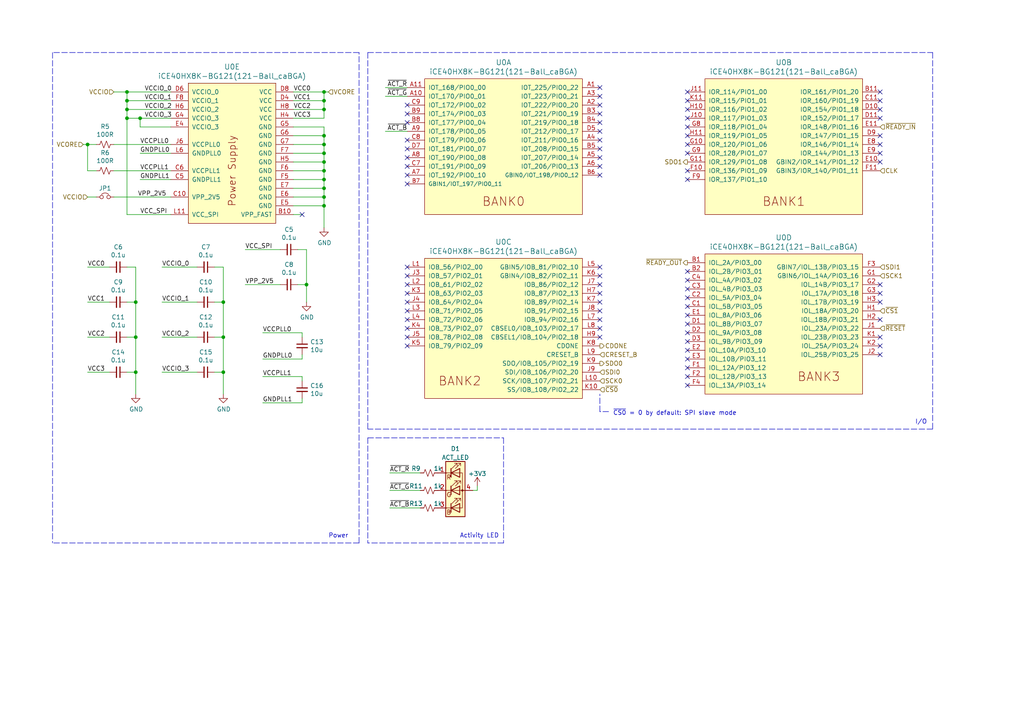
<source format=kicad_sch>
(kicad_sch (version 20211123) (generator eeschema)
  (paper "A4")
  (title_block (title "icepool-board") (date "2021-08-15") (rev "CM4") (company "fourside.io"))
  (lib_symbols
    (symbol "Device:C_Small" (pin_numbers hide) (pin_names (offset 0.254) hide)
      (property "Reference" "C" (at 0.254 1.778 0))
      (property "Value" "C_Small" (at 0.254 -2.032 0))
      (symbol "C_Small_0_1"
        (polyline (pts (xy -1.524 -0.508) (xy 1.524 -0.508)) (stroke (width 0.3302)))
        (polyline (pts (xy -1.524 0.508) (xy 1.524 0.508)) (stroke (width 0.3048)))
      )
      (symbol "C_Small_1_1"
        (pin passive line (at 0 2.54 270) (length 2.032) (name "~") (number "1"))
        (pin passive line (at 0 -2.54 90) (length 2.032) (name "~") (number "2"))
      )
    )
    (symbol "Device:LED_RGBA" (pin_names (offset 0) hide)
      (property "Reference" "D" (at 0 9.398 0))
      (property "Value" "LED_RGBA" (at 0 -8.89 0))
      (symbol "LED_RGBA_0_0"
        (text "B" (at -1.905 -6.35 0) (effects (font (size 1.27 1.27))))
        (text "G" (at -1.905 -1.27 0) (effects (font (size 1.27 1.27))))
        (text "R" (at -1.905 3.81 0) (effects (font (size 1.27 1.27))))
      )
      (symbol "LED_RGBA_0_1"
        (polyline (pts (xy -1.27 -5.08) (xy -2.54 -5.08)))
        (polyline (pts (xy -1.27 -5.08) (xy 1.27 -5.08)))
        (polyline (pts (xy -1.27 -3.81) (xy -1.27 -6.35)) (stroke (width 0.254)))
        (polyline (pts (xy -1.27 0) (xy -2.54 0)))
        (polyline (pts (xy -1.27 1.27) (xy -1.27 -1.27)) (stroke (width 0.254)))
        (polyline (pts (xy -1.27 5.08) (xy -2.54 5.08)))
        (polyline (pts (xy -1.27 5.08) (xy 1.27 5.08)))
        (polyline (pts (xy -1.27 6.35) (xy -1.27 3.81)) (stroke (width 0.254)))
        (polyline (pts (xy 1.27 0) (xy -1.27 0)))
        (polyline (pts (xy 1.27 0) (xy 2.54 0)))
        (polyline (pts (xy -1.27 1.27) (xy -1.27 -1.27) (xy -1.27 -1.27)))
        (polyline (pts (xy -1.27 6.35) (xy -1.27 3.81) (xy -1.27 3.81)))
        (polyline (pts (xy 1.27 -5.08) (xy 2.032 -5.08) (xy 2.032 5.08) (xy 1.27 5.08)))
        (polyline (pts (xy 1.27 -3.81) (xy 1.27 -6.35) (xy -1.27 -5.08) (xy 1.27 -3.81)) (stroke (width 0.254)))
        (polyline (pts (xy 1.27 1.27) (xy 1.27 -1.27) (xy -1.27 0) (xy 1.27 1.27)) (stroke (width 0.254)))
        (polyline (pts (xy 1.27 6.35) (xy 1.27 3.81) (xy -1.27 5.08) (xy 1.27 6.35)) (stroke (width 0.254)))
        (polyline (pts (xy -1.016 -3.81) (xy 0.508 -2.286) (xy -0.254 -2.286) (xy 0.508 -2.286) (xy 0.508 -3.048)))
        (polyline (pts (xy -1.016 1.27) (xy 0.508 2.794) (xy -0.254 2.794) (xy 0.508 2.794) (xy 0.508 2.032)))
        (polyline (pts (xy -1.016 6.35) (xy 0.508 7.874) (xy -0.254 7.874) (xy 0.508 7.874) (xy 0.508 7.112)))
        (polyline (pts (xy 0 -3.81) (xy 1.524 -2.286) (xy 0.762 -2.286) (xy 1.524 -2.286) (xy 1.524 -3.048)))
        (polyline (pts (xy 0 1.27) (xy 1.524 2.794) (xy 0.762 2.794) (xy 1.524 2.794) (xy 1.524 2.032)))
        (polyline (pts (xy 0 6.35) (xy 1.524 7.874) (xy 0.762 7.874) (xy 1.524 7.874) (xy 1.524 7.112)))
        (rectangle (start 1.27 -1.27) (end 1.27 1.27))
        (rectangle (start 1.27 1.27) (end 1.27 1.27))
        (rectangle (start 1.27 3.81) (end 1.27 6.35))
        (rectangle (start 1.27 6.35) (end 1.27 6.35))
        (circle (center 2.032 0) (radius 0.254) (fill (type outline)))
        (rectangle (start 2.794 8.382) (end -2.794 -7.62) (stroke (width 0.254)) (fill (type background)))
      )
      (symbol "LED_RGBA_1_1"
        (pin passive line (at -5.08 5.08 0) (length 2.54) (name "RK") (number "1"))
        (pin passive line (at -5.08 0 0) (length 2.54) (name "GK") (number "2"))
        (pin passive line (at -5.08 -5.08 0) (length 2.54) (name "BK") (number "3"))
        (pin passive line (at 5.08 0 180) (length 2.54) (name "A") (number "4"))
      )
    )
    (symbol "Device:R_Small_US" (pin_numbers hide) (pin_names (offset 0.254) hide)
      (property "Reference" "R" (at 0.762 0.508 0))
      (property "Value" "R_Small_US" (at 0.762 -1.016 0))
      (symbol "R_Small_US_1_1"
        (polyline (pts (xy 0 0) (xy 1.016 -0.381) (xy 0 -0.762) (xy -1.016 -1.143) (xy 0 -1.524)))
        (polyline (pts (xy 0 1.524) (xy 1.016 1.143) (xy 0 0.762) (xy -1.016 0.381) (xy 0 0)))
        (pin passive line (at 0 2.54 270) (length 1.016) (name "~") (number "1"))
        (pin passive line (at 0 -2.54 90) (length 1.016) (name "~") (number "2"))
      )
    )
    (symbol "icepool-daughterboard-ice40hx8k-rescue:Jumper_NC_Small-Device" (pin_numbers hide) (pin_names (offset 0.762) hide)
      (property "Reference" "JP" (at 0 2.032 0))
      (property "Value" "Jumper_NC_Small-Device" (at 0.254 -1.524 0))
      (symbol "Jumper_NC_Small-Device_0_1"
        (circle (center -1.016 0) (radius 0.508))
        (circle (center 1.016 0) (radius 0.508))
        (arc (start 1.016 0.762) (mid 0 1.1828) (end -1.016 0.762))
        (pin passive line (at -2.54 0 0) (length 1.016) (name "1") (number "1"))
        (pin passive line (at 2.54 0 180) (length 1.016) (name "2") (number "2"))
      )
    )
    (symbol "jkiv-lattice:iCE40HX8K-BG121(121-Ball_caBGA)" (pin_names (offset 1.016))
      (property "Reference" "U" (at 0 22.86 0))
      (property "Value" "iCE40HX8K-BG121(121-Ball_caBGA)" (at 0 -21.59 0))
      (symbol "iCE40HX8K-BG121(121-Ball_caBGA)_1_0"
        (text "BANK0" (at 0 -15.24 0) (effects (font (size 2.54 2.54))))
      )
      (symbol "iCE40HX8K-BG121(121-Ball_caBGA)_1_1"
        (rectangle (start 22.86 -19.05) (end -22.86 20.32) (fill (type background)))
        (pin bidirectional line (at 27.94 17.78 180) (length 5.08) (name "IOT_225/PIO0_22") (number "A1"))
        (pin bidirectional line (at -27.94 15.24 0) (length 5.08) (name "IOT_170/PIO0_01") (number "A10"))
        (pin bidirectional line (at -27.94 17.78 0) (length 5.08) (name "IOT_168/PIO0_00") (number "A11"))
        (pin bidirectional line (at 27.94 12.7 180) (length 5.08) (name "IOT_222/PIO0_20") (number "A2"))
        (pin bidirectional line (at 27.94 15.24 180) (length 5.08) (name "IOT_223/PIO0_21") (number "A3"))
        (pin bidirectional line (at 27.94 2.54 180) (length 5.08) (name "IOT_211/PIO0_16") (number "A4"))
        (pin bidirectional line (at 27.94 -2.54 180) (length 5.08) (name "IOT_207/PIO0_14") (number "A5"))
        (pin bidirectional line (at 27.94 -5.08 180) (length 5.08) (name "IOT_206/PIO0_13") (number "A6"))
        (pin bidirectional line (at -27.94 -7.62 0) (length 5.08) (name "IOT_192/PIO0_10") (number "A7"))
        (pin bidirectional line (at -27.94 -2.54 0) (length 5.08) (name "IOT_190/PIO0_08") (number "A8"))
        (pin bidirectional line (at -27.94 5.08 0) (length 5.08) (name "IOT_178/PIO0_05") (number "A9"))
        (pin bidirectional line (at 27.94 10.16 180) (length 5.08) (name "IOT_221/PIO0_19") (number "B3"))
        (pin bidirectional line (at 27.94 7.62 180) (length 5.08) (name "IOT_219/PIO0_18") (number "B4"))
        (pin bidirectional line (at 27.94 0 180) (length 5.08) (name "IOT_208/PIO0_15") (number "B5"))
        (pin bidirectional line (at 27.94 -7.62 180) (length 5.08) (name "GBIN0/IOT_198/PIO0_12") (number "B6"))
        (pin bidirectional line (at -27.94 -10.16 0) (length 5.08) (name "GBIN1/IOT_197/PIO0_11") (number "B7"))
        (pin bidirectional line (at -27.94 7.62 0) (length 5.08) (name "IOT_177/PIO0_04") (number "B8"))
        (pin bidirectional line (at -27.94 10.16 0) (length 5.08) (name "IOT_174/PIO0_03") (number "B9"))
        (pin bidirectional line (at -27.94 -5.08 0) (length 5.08) (name "IOT_191/PIO0_09") (number "C7"))
        (pin bidirectional line (at -27.94 2.54 0) (length 5.08) (name "IOT_179/PIO0_06") (number "C8"))
        (pin bidirectional line (at -27.94 12.7 0) (length 5.08) (name "IOT_172/PIO0_02") (number "C9"))
        (pin bidirectional line (at 27.94 5.08 180) (length 5.08) (name "IOT_212/PIO0_17") (number "D5"))
        (pin bidirectional line (at -27.94 0 0) (length 5.08) (name "IOT_181/PIO0_07") (number "D7"))
      )
      (symbol "iCE40HX8K-BG121(121-Ball_caBGA)_2_0"
        (text "BANK1" (at 0 -15.24 0) (effects (font (size 2.54 2.54))))
      )
      (symbol "iCE40HX8K-BG121(121-Ball_caBGA)_2_1"
        (rectangle (start -22.86 20.32) (end 22.86 -19.05) (fill (type background)))
        (pin bidirectional line (at 27.94 16.51 180) (length 5.08) (name "IOR_161/PIO1_20") (number "B11"))
        (pin bidirectional line (at 27.94 13.97 180) (length 5.08) (name "IOR_160/PIO1_19") (number "C11"))
        (pin bidirectional line (at 27.94 11.43 180) (length 5.08) (name "IOR_154/PIO1_18") (number "D10"))
        (pin bidirectional line (at 27.94 8.89 180) (length 5.08) (name "IOR_152/PIO1_17") (number "D11"))
        (pin bidirectional line (at 27.94 3.81 180) (length 5.08) (name "IOR_147/PIO1_15") (number "D9"))
        (pin bidirectional line (at 27.94 -3.81 180) (length 5.08) (name "GBIN2/IOR_141/PIO1_12") (number "E10"))
        (pin bidirectional line (at 27.94 6.35 180) (length 5.08) (name "IOR_148/PIO1_16") (number "E11"))
        (pin bidirectional line (at 27.94 1.27 180) (length 5.08) (name "IOR_146/PIO1_14") (number "E8"))
        (pin bidirectional line (at 27.94 -1.27 180) (length 5.08) (name "IOR_144/PIO1_13") (number "E9"))
        (pin bidirectional line (at -27.94 -6.35 0) (length 5.08) (name "IOR_136/PIO1_09") (number "F10"))
        (pin bidirectional line (at 27.94 -6.35 180) (length 5.08) (name "GBIN3/IOR_140/PIO1_11") (number "F11"))
        (pin bidirectional line (at -27.94 -8.89 0) (length 5.08) (name "IOR_137/PIO1_10") (number "F9"))
        (pin bidirectional line (at -27.94 1.27 0) (length 5.08) (name "IOR_120/PIO1_06") (number "G10"))
        (pin bidirectional line (at -27.94 -3.81 0) (length 5.08) (name "IOR_129/PIO1_08") (number "G11"))
        (pin bidirectional line (at -27.94 6.35 0) (length 5.08) (name "IOR_118/PIO1_04") (number "G8"))
        (pin bidirectional line (at -27.94 -1.27 0) (length 5.08) (name "IOR_128/PIO1_07") (number "G9"))
        (pin bidirectional line (at -27.94 11.43 0) (length 5.08) (name "IOR_116/PIO1_02") (number "H10"))
        (pin bidirectional line (at -27.94 3.81 0) (length 5.08) (name "IOR_119/PIO1_05") (number "H11"))
        (pin bidirectional line (at -27.94 8.89 0) (length 5.08) (name "IOR_117/PIO1_03") (number "J10"))
        (pin bidirectional line (at -27.94 16.51 0) (length 5.08) (name "IOR_114/PIO1_00") (number "J11"))
        (pin bidirectional line (at -27.94 13.97 0) (length 5.08) (name "IOR_115/PIO1_01") (number "K11"))
      )
      (symbol "iCE40HX8K-BG121(121-Ball_caBGA)_3_0"
        (text "BANK2" (at -12.7 -13.97 0) (effects (font (size 2.54 2.54))))
      )
      (symbol "iCE40HX8K-BG121(121-Ball_caBGA)_3_1"
        (rectangle (start -22.86 21.59) (end 22.86 -19.05) (fill (type background)))
        (pin bidirectional line (at 27.94 11.43 180) (length 5.08) (name "IOB_87/PIO2_13") (number "H7"))
        (pin bidirectional line (at 27.94 -1.27 180) (length 5.08) (name "CBSEL1/IOB_104/PIO2_18") (number "H9"))
        (pin bidirectional line (at -27.94 16.51 0) (length 5.08) (name "IOB_57/PIO2_01") (number "J3"))
        (pin bidirectional line (at -27.94 8.89 0) (length 5.08) (name "IOB_64/PIO2_04") (number "J4"))
        (pin bidirectional line (at -27.94 -1.27 0) (length 5.08) (name "IOB_78/PIO2_08") (number "J5"))
        (pin bidirectional line (at 27.94 13.97 180) (length 5.08) (name "IOB_86/PIO2_12") (number "J7"))
        (pin bidirectional line (at 27.94 6.35 180) (length 5.08) (name "IOB_91/PIO2_15") (number "J8"))
        (pin bidirectional line (at 27.94 -11.43 180) (length 5.08) (name "SDI/IOB_106/PIO2_20") (number "J9"))
        (pin bidirectional line (at 27.94 -16.51 180) (length 5.08) (name "SS/IOB_108/PIO2_22") (number "K10"))
        (pin bidirectional line (at -27.94 11.43 0) (length 5.08) (name "IOB_63/PIO2_03") (number "K3"))
        (pin bidirectional line (at -27.94 1.27 0) (length 5.08) (name "IOB_73/PIO2_07") (number "K4"))
        (pin bidirectional line (at -27.94 -3.81 0) (length 5.08) (name "IOB_79/PIO2_09") (number "K5"))
        (pin bidirectional line (at 27.94 16.51 180) (length 5.08) (name "GBIN4/IOB_82/PIO2_11") (number "K6"))
        (pin bidirectional line (at 27.94 8.89 180) (length 5.08) (name "IOB_89/PIO2_14") (number "K7"))
        (pin bidirectional line (at 27.94 -3.81 180) (length 5.08) (name "CDONE") (number "K8"))
        (pin bidirectional line (at 27.94 -8.89 180) (length 5.08) (name "SDO/IOB_105/PIO2_19") (number "K9"))
        (pin bidirectional line (at -27.94 19.05 0) (length 5.08) (name "IOB_56/PIO2_00") (number "L1"))
        (pin bidirectional line (at 27.94 -13.97 180) (length 5.08) (name "SCK/IOB_107/PIO2_21") (number "L10"))
        (pin bidirectional line (at -27.94 13.97 0) (length 5.08) (name "IOB_61/PIO2_02") (number "L2"))
        (pin bidirectional line (at -27.94 6.35 0) (length 5.08) (name "IOB_71/PIO2_05") (number "L3"))
        (pin bidirectional line (at -27.94 3.81 0) (length 5.08) (name "IOB_72/PIO2_06") (number "L4"))
        (pin bidirectional line (at 27.94 19.05 180) (length 5.08) (name "GBIN5/IOB_81/PIO2_10") (number "L5"))
        (pin bidirectional line (at 27.94 3.81 180) (length 5.08) (name "IOB_94/PIO2_16") (number "L7"))
        (pin bidirectional line (at 27.94 1.27 180) (length 5.08) (name "CBSEL0/IOB_103/PIO2_17") (number "L8"))
        (pin input line (at 27.94 -6.35 180) (length 5.08) (name "CRESET_B") (number "L9"))
      )
      (symbol "iCE40HX8K-BG121(121-Ball_caBGA)_4_0"
        (rectangle (start -22.86 21.59) (end 22.86 -19.05) (fill (type background)))
        (text "BANK3" (at 10.16 -13.97 0) (effects (font (size 2.54 2.54))))
      )
      (symbol "iCE40HX8K-BG121(121-Ball_caBGA)_4_1"
        (pin bidirectional line (at -27.94 19.05 0) (length 5.08) (name "IOL_2A/PIO3_00") (number "B1"))
        (pin bidirectional line (at -27.94 16.51 0) (length 5.08) (name "IOL_2B/PIO3_01") (number "B2"))
        (pin bidirectional line (at -27.94 6.35 0) (length 5.08) (name "IOL_5B/PIO3_05") (number "C1"))
        (pin bidirectional line (at -27.94 8.89 0) (length 5.08) (name "IOL_5A/PIO3_04") (number "C2"))
        (pin bidirectional line (at -27.94 11.43 0) (length 5.08) (name "IOL_4B/PIO3_03") (number "C3"))
        (pin bidirectional line (at -27.94 13.97 0) (length 5.08) (name "IOL_4A/PIO3_02") (number "C4"))
        (pin bidirectional line (at -27.94 1.27 0) (length 5.08) (name "IOL_8B/PIO3_07") (number "D1"))
        (pin bidirectional line (at -27.94 -1.27 0) (length 5.08) (name "IOL_9A/PIO3_08") (number "D2"))
        (pin bidirectional line (at -27.94 -3.81 0) (length 5.08) (name "IOL_9B/PIO3_09") (number "D3"))
        (pin bidirectional line (at -27.94 3.81 0) (length 5.08) (name "IOL_8A/PIO3_06") (number "E1"))
        (pin bidirectional line (at -27.94 -6.35 0) (length 5.08) (name "IOL_10A/PIO3_10") (number "E2"))
        (pin bidirectional line (at -27.94 -8.89 0) (length 5.08) (name "IOL_10B/PIO3_11") (number "E3"))
        (pin bidirectional line (at -27.94 -11.43 0) (length 5.08) (name "IOL_12A/PIO3_12") (number "F1"))
        (pin bidirectional line (at -27.94 -13.97 0) (length 5.08) (name "IOL_12B/PIO3_13") (number "F2"))
        (pin bidirectional line (at 27.94 17.78 180) (length 5.08) (name "GBIN7/IOL_13B/PIO3_15") (number "F3"))
        (pin bidirectional line (at -27.94 -16.51 0) (length 5.08) (name "IOL_13A/PIO3_14") (number "F4"))
        (pin bidirectional line (at 27.94 15.24 180) (length 5.08) (name "GBIN6/IOL_14A/PIO3_16") (number "G1"))
        (pin bidirectional line (at 27.94 12.7 180) (length 5.08) (name "IOL_14B/PIO3_17") (number "G2"))
        (pin bidirectional line (at 27.94 10.16 180) (length 5.08) (name "IOL_17A/PIO3_18") (number "G3"))
        (pin bidirectional line (at 27.94 5.08 180) (length 5.08) (name "IOL_18A/PIO3_20") (number "H1"))
        (pin bidirectional line (at 27.94 2.54 180) (length 5.08) (name "IOL_18B/PIO3_21") (number "H2"))
        (pin bidirectional line (at 27.94 7.62 180) (length 5.08) (name "IOL_17B/PIO3_19") (number "H3"))
        (pin bidirectional line (at 27.94 0 180) (length 5.08) (name "IOL_23A/PIO3_22") (number "J1"))
        (pin bidirectional line (at 27.94 -7.62 180) (length 5.08) (name "IOL_25B/PIO3_25") (number "J2"))
        (pin bidirectional line (at 27.94 -2.54 180) (length 5.08) (name "IOL_23B/PIO3_23") (number "K1"))
        (pin bidirectional line (at 27.94 -5.08 180) (length 5.08) (name "IOL_25A/PIO3_24") (number "K2"))
      )
      (symbol "iCE40HX8K-BG121(121-Ball_caBGA)_5_0"
        (rectangle (start -12.7 21.59) (end 12.7 -19.05) (fill (type background)))
        (text "Power Supply" (at 0 -3.81 900) (effects (font (size 2.032 2.032))))
      )
      (symbol "iCE40HX8K-BG121(121-Ball_caBGA)_5_1"
        (pin power_in line (at 17.78 -16.51 180) (length 5.08) (name "VPP_FAST") (number "B10"))
        (pin power_in line (at -17.78 -11.43 0) (length 5.08) (name "VPP_2V5") (number "C10"))
        (pin power_in line (at -17.78 -6.35 0) (length 5.08) (name "GNDPLL1") (number "C5"))
        (pin power_in line (at -17.78 -3.81 0) (length 5.08) (name "VCCPLL1") (number "C6"))
        (pin power_in line (at 17.78 16.51 180) (length 5.08) (name "VCC") (number "D4"))
        (pin power_in line (at -17.78 19.05 0) (length 5.08) (name "VCCIO_0") (number "D6"))
        (pin power_in line (at 17.78 19.05 180) (length 5.08) (name "VCC") (number "D8"))
        (pin power_in line (at -17.78 8.89 0) (length 5.08) (name "VCCIO_3") (number "E4"))
        (pin power_in line (at 17.78 -13.97 180) (length 5.08) (name "GND") (number "E5"))
        (pin power_in line (at 17.78 -11.43 180) (length 5.08) (name "GND") (number "E6"))
        (pin power_in line (at 17.78 -8.89 180) (length 5.08) (name "GND") (number "E7"))
        (pin power_in line (at 17.78 -6.35 180) (length 5.08) (name "GND") (number "F5"))
        (pin power_in line (at 17.78 -3.81 180) (length 5.08) (name "GND") (number "F6"))
        (pin power_in line (at 17.78 1.27 180) (length 5.08) (name "GND") (number "F7"))
        (pin power_in line (at -17.78 16.51 0) (length 5.08) (name "VCCIO_1") (number "F8"))
        (pin power_in line (at -17.78 11.43 0) (length 5.08) (name "VCCIO_3") (number "G4"))
        (pin power_in line (at 17.78 8.89 180) (length 5.08) (name "GND") (number "G5"))
        (pin power_in line (at 17.78 6.35 180) (length 5.08) (name "GND") (number "G6"))
        (pin power_in line (at 17.78 3.81 180) (length 5.08) (name "GND") (number "G7"))
        (pin power_in line (at 17.78 11.43 180) (length 5.08) (name "VCC") (number "H4"))
        (pin power_in line (at 17.78 -1.27 180) (length 5.08) (name "GND") (number "H5"))
        (pin power_in line (at -17.78 13.97 0) (length 5.08) (name "VCCIO_2") (number "H6"))
        (pin power_in line (at 17.78 13.97 180) (length 5.08) (name "VCC") (number "H8"))
        (pin power_in line (at -17.78 3.81 0) (length 5.08) (name "VCCPLL0") (number "J6"))
        (pin power_in line (at -17.78 -16.51 0) (length 5.08) (name "VCC_SPI") (number "L11"))
        (pin power_in line (at -17.78 1.27 0) (length 5.08) (name "GNDPLL0") (number "L6"))
      )
    )
    (symbol "power:+3V3" (power) (pin_names (offset 0))
      (property "Value" "+3V3" (at 0 3.556 0))
      (symbol "+3V3_0_1"
        (polyline (pts (xy -0.762 1.27) (xy 0 2.54)))
        (polyline (pts (xy 0 0) (xy 0 2.54)))
        (polyline (pts (xy 0 2.54) (xy 0.762 1.27)))
      )
      (symbol "+3V3_1_1"
        (pin power_in line (at 0 0 90) (length 0) hide (name "+3V3") (number "1"))
      )
    )
    (symbol "power:GND" (power) (pin_names (offset 0))
      (property "Value" "GND" (at 0 -3.81 0))
      (symbol "GND_0_1"
        (polyline (pts (xy 0 0) (xy 0 -1.27) (xy 1.27 -1.27) (xy 0 -2.54) (xy -1.27 -1.27) (xy 0 -1.27)))
      )
      (symbol "GND_1_1"
        (pin power_in line (at 0 0 270) (length 0) hide (name "GND") (number "1"))
      )
    )
  )
  (junction (at 36.83 29.21))
  (junction (at 93.98 29.21))
  (junction (at 93.98 44.45))
  (junction (at 36.83 34.29))
  (junction (at 93.98 46.99))
  (junction (at 88.9 82.55))
  (junction (at 39.37 107.95))
  (junction (at 93.98 49.53))
  (junction (at 93.98 39.37))
  (junction (at 39.37 97.79))
  (junction (at 64.77 87.63))
  (junction (at 93.98 54.61))
  (junction (at 93.98 26.67))
  (junction (at 93.98 52.07))
  (junction (at 36.83 31.75))
  (junction (at 25.4 41.91))
  (junction (at 93.98 41.91))
  (junction (at 93.98 57.15))
  (junction (at 36.83 26.67))
  (junction (at 93.98 31.75))
  (junction (at 93.98 59.69))
  (junction (at 64.77 107.95))
  (junction (at 39.37 87.63))
  (junction (at 64.77 97.79))
  (junction (at 40.64 34.29))
  (no_connect (at 199.39 106.68))
  (no_connect (at 255.27 34.29))
  (no_connect (at 255.27 41.91))
  (no_connect (at 199.39 86.36))
  (no_connect (at 199.39 88.9))
  (no_connect (at 118.11 97.79))
  (no_connect (at 199.39 99.06))
  (no_connect (at 199.39 26.67))
  (no_connect (at 118.11 92.71))
  (no_connect (at 173.99 30.48))
  (no_connect (at 199.39 109.22))
  (no_connect (at 173.99 50.8))
  (no_connect (at 118.11 50.8))
  (no_connect (at 118.11 82.55))
  (no_connect (at 199.39 29.21))
  (no_connect (at 199.39 41.91))
  (no_connect (at 199.39 96.52))
  (no_connect (at 118.11 80.01))
  (no_connect (at 173.99 82.55))
  (no_connect (at 199.39 81.28))
  (no_connect (at 199.39 104.14))
  (no_connect (at 199.39 36.83))
  (no_connect (at 173.99 97.79))
  (no_connect (at 118.11 30.48))
  (no_connect (at 199.39 44.45))
  (no_connect (at 255.27 87.63))
  (no_connect (at 173.99 33.02))
  (no_connect (at 173.99 92.71))
  (no_connect (at 173.99 95.25))
  (no_connect (at 173.99 27.94))
  (no_connect (at 173.99 85.09))
  (no_connect (at 255.27 31.75))
  (no_connect (at 118.11 100.33))
  (no_connect (at 118.11 40.64))
  (no_connect (at 199.39 49.53))
  (no_connect (at 118.11 33.02))
  (no_connect (at 173.99 38.1))
  (no_connect (at 199.39 34.29))
  (no_connect (at 255.27 39.37))
  (no_connect (at 173.99 48.26))
  (no_connect (at 118.11 43.18))
  (no_connect (at 173.99 90.17))
  (no_connect (at 173.99 80.01))
  (no_connect (at 255.27 26.67))
  (no_connect (at 255.27 29.21))
  (no_connect (at 118.11 77.47))
  (no_connect (at 118.11 90.17))
  (no_connect (at 118.11 48.26))
  (no_connect (at 199.39 83.82))
  (no_connect (at 255.27 82.55))
  (no_connect (at 118.11 53.34))
  (no_connect (at 87.63 62.23))
  (no_connect (at 255.27 85.09))
  (no_connect (at 173.99 87.63))
  (no_connect (at 173.99 40.64))
  (no_connect (at 199.39 91.44))
  (no_connect (at 199.39 78.74))
  (no_connect (at 173.99 77.47))
  (no_connect (at 173.99 25.4))
  (no_connect (at 118.11 95.25))
  (no_connect (at 173.99 35.56))
  (no_connect (at 255.27 44.45))
  (no_connect (at 199.39 93.98))
  (no_connect (at 255.27 46.99))
  (no_connect (at 255.27 102.87))
  (no_connect (at 255.27 100.33))
  (no_connect (at 255.27 97.79))
  (no_connect (at 199.39 101.6))
  (no_connect (at 199.39 52.07))
  (no_connect (at 118.11 35.56))
  (no_connect (at 173.99 45.72))
  (no_connect (at 173.99 43.18))
  (no_connect (at 118.11 45.72))
  (no_connect (at 199.39 39.37))
  (no_connect (at 199.39 31.75))
  (no_connect (at 199.39 111.76))
  (no_connect (at 118.11 87.63))
  (no_connect (at 255.27 92.71))
  (no_connect (at 118.11 85.09))
  (wire (pts (xy 85.09 26.67) (xy 93.98 26.67)))
  (wire (pts (xy 64.77 97.79) (xy 64.77 107.95)))
  (wire (pts (xy 93.98 39.37) (xy 93.98 41.91)))
  (polyline (pts (xy 146.05 127) (xy 146.05 157.48)))
  (wire (pts (xy 62.23 97.79) (xy 64.77 97.79)))
  (wire (pts (xy 88.9 82.55) (xy 88.9 87.63)))
  (wire (pts (xy 111.76 25.4) (xy 118.11 25.4)))
  (wire (pts (xy 87.63 102.87) (xy 87.63 104.14)))
  (wire (pts (xy 85.09 29.21) (xy 93.98 29.21)))
  (polyline (pts (xy 146.05 157.48) (xy 106.68 157.48)))
  (wire (pts (xy 36.83 77.47) (xy 39.37 77.47)))
  (polyline (pts (xy 104.14 157.48) (xy 15.24 157.48)))
  (wire (pts (xy 49.53 26.67) (xy 36.83 26.67)))
  (wire (pts (xy 46.99 77.47) (xy 57.15 77.47)))
  (wire (pts (xy 93.98 41.91) (xy 93.98 44.45)))
  (wire (pts (xy 138.43 140.97) (xy 138.43 142.24)))
  (wire (pts (xy 49.53 36.83) (xy 40.64 36.83)))
  (wire (pts (xy 113.03 137.16) (xy 121.92 137.16)))
  (wire (pts (xy 85.09 62.23) (xy 87.63 62.23)))
  (polyline (pts (xy 15.24 15.24) (xy 15.24 157.48)))
  (wire (pts (xy 87.63 97.79) (xy 87.63 96.52)))
  (wire (pts (xy 36.83 31.75) (xy 36.83 29.21)))
  (wire (pts (xy 93.98 44.45) (xy 93.98 46.99)))
  (wire (pts (xy 49.53 52.07) (xy 40.64 52.07)))
  (wire (pts (xy 33.02 41.91) (xy 49.53 41.91)))
  (wire (pts (xy 64.77 87.63) (xy 64.77 97.79)))
  (wire (pts (xy 85.09 31.75) (xy 93.98 31.75)))
  (polyline (pts (xy 270.51 15.24) (xy 270.51 124.46)))
  (wire (pts (xy 85.09 52.07) (xy 93.98 52.07)))
  (wire (pts (xy 85.09 49.53) (xy 93.98 49.53)))
  (wire (pts (xy 113.03 147.32) (xy 121.92 147.32)))
  (wire (pts (xy 93.98 57.15) (xy 93.98 59.69)))
  (wire (pts (xy 86.36 82.55) (xy 88.9 82.55)))
  (wire (pts (xy 64.77 107.95) (xy 64.77 114.3)))
  (wire (pts (xy 76.2 109.22) (xy 87.63 109.22)))
  (wire (pts (xy 93.98 31.75) (xy 93.98 29.21)))
  (wire (pts (xy 88.9 72.39) (xy 88.9 82.55)))
  (wire (pts (xy 93.98 49.53) (xy 93.98 52.07)))
  (polyline (pts (xy 104.14 15.24) (xy 15.24 15.24)))
  (wire (pts (xy 57.15 97.79) (xy 46.99 97.79)))
  (wire (pts (xy 25.4 107.95) (xy 31.75 107.95)))
  (wire (pts (xy 49.53 34.29) (xy 40.64 34.29)))
  (wire (pts (xy 57.15 87.63) (xy 46.99 87.63)))
  (wire (pts (xy 87.63 104.14) (xy 76.2 104.14)))
  (wire (pts (xy 87.63 115.57) (xy 87.63 116.84)))
  (polyline (pts (xy 173.99 119.38) (xy 173.99 114.3)))
  (wire (pts (xy 85.09 59.69) (xy 93.98 59.69)))
  (wire (pts (xy 85.09 54.61) (xy 93.98 54.61)))
  (wire (pts (xy 39.37 87.63) (xy 39.37 97.79)))
  (wire (pts (xy 93.98 46.99) (xy 93.98 49.53)))
  (wire (pts (xy 85.09 46.99) (xy 93.98 46.99)))
  (wire (pts (xy 85.09 36.83) (xy 93.98 36.83)))
  (wire (pts (xy 39.37 77.47) (xy 39.37 87.63)))
  (wire (pts (xy 39.37 97.79) (xy 39.37 107.95)))
  (wire (pts (xy 36.83 87.63) (xy 39.37 87.63)))
  (wire (pts (xy 36.83 34.29) (xy 36.83 62.23)))
  (wire (pts (xy 86.36 72.39) (xy 88.9 72.39)))
  (wire (pts (xy 85.09 57.15) (xy 93.98 57.15)))
  (wire (pts (xy 36.83 29.21) (xy 36.83 26.67)))
  (wire (pts (xy 62.23 77.47) (xy 64.77 77.47)))
  (wire (pts (xy 113.03 142.24) (xy 121.92 142.24)))
  (wire (pts (xy 36.83 107.95) (xy 39.37 107.95)))
  (wire (pts (xy 85.09 44.45) (xy 93.98 44.45)))
  (wire (pts (xy 36.83 97.79) (xy 39.37 97.79)))
  (wire (pts (xy 81.28 72.39) (xy 71.12 72.39)))
  (wire (pts (xy 138.43 142.24) (xy 137.16 142.24)))
  (wire (pts (xy 95.25 26.67) (xy 93.98 26.67)))
  (wire (pts (xy 64.77 77.47) (xy 64.77 87.63)))
  (polyline (pts (xy 106.68 127) (xy 146.05 127)))
  (wire (pts (xy 39.37 107.95) (xy 39.37 114.3)))
  (wire (pts (xy 111.76 38.1) (xy 118.11 38.1)))
  (wire (pts (xy 25.4 57.15) (xy 27.94 57.15)))
  (wire (pts (xy 40.64 34.29) (xy 36.83 34.29)))
  (polyline (pts (xy 270.51 124.46) (xy 106.68 124.46)))
  (wire (pts (xy 33.02 26.67) (xy 36.83 26.67)))
  (polyline (pts (xy 176.53 119.38) (xy 173.99 119.38)))
  (wire (pts (xy 33.02 49.53) (xy 49.53 49.53)))
  (polyline (pts (xy 106.68 15.24) (xy 270.51 15.24)))
  (polyline (pts (xy 106.68 15.24) (xy 106.68 124.46)))
  (wire (pts (xy 25.4 77.47) (xy 31.75 77.47)))
  (wire (pts (xy 24.13 41.91) (xy 25.4 41.91)))
  (wire (pts (xy 93.98 36.83) (xy 93.98 39.37)))
  (wire (pts (xy 25.4 49.53) (xy 27.94 49.53)))
  (wire (pts (xy 93.98 59.69) (xy 93.98 66.04)))
  (wire (pts (xy 111.76 27.94) (xy 118.11 27.94)))
  (wire (pts (xy 87.63 116.84) (xy 76.2 116.84)))
  (wire (pts (xy 49.53 29.21) (xy 36.83 29.21)))
  (wire (pts (xy 27.94 41.91) (xy 25.4 41.91)))
  (wire (pts (xy 25.4 97.79) (xy 31.75 97.79)))
  (wire (pts (xy 85.09 39.37) (xy 93.98 39.37)))
  (wire (pts (xy 93.98 29.21) (xy 93.98 26.67)))
  (wire (pts (xy 49.53 44.45) (xy 40.64 44.45)))
  (wire (pts (xy 33.02 57.15) (xy 49.53 57.15)))
  (wire (pts (xy 62.23 107.95) (xy 64.77 107.95)))
  (wire (pts (xy 49.53 62.23) (xy 36.83 62.23)))
  (polyline (pts (xy 106.68 127) (xy 106.68 157.48)))
  (wire (pts (xy 85.09 41.91) (xy 93.98 41.91)))
  (wire (pts (xy 36.83 34.29) (xy 36.83 31.75)))
  (wire (pts (xy 81.28 82.55) (xy 71.12 82.55)))
  (wire (pts (xy 40.64 36.83) (xy 40.64 34.29)))
  (wire (pts (xy 85.09 34.29) (xy 93.98 34.29)))
  (wire (pts (xy 57.15 107.95) (xy 46.99 107.95)))
  (polyline (pts (xy 104.14 157.48) (xy 104.14 15.24)))
  (wire (pts (xy 25.4 87.63) (xy 31.75 87.63)))
  (wire (pts (xy 93.98 34.29) (xy 93.98 31.75)))
  (wire (pts (xy 25.4 41.91) (xy 25.4 49.53)))
  (wire (pts (xy 76.2 96.52) (xy 87.63 96.52)))
  (wire (pts (xy 87.63 110.49) (xy 87.63 109.22)))
  (wire (pts (xy 93.98 52.07) (xy 93.98 54.61)))
  (wire (pts (xy 62.23 87.63) (xy 64.77 87.63)))
  (wire (pts (xy 93.98 54.61) (xy 93.98 57.15)))
  (wire (pts (xy 49.53 31.75) (xy 36.83 31.75)))
  (text "I/O" (at 265.43 123.19 0) (effects (font (size 1.27 1.27)) (justify left bottom)))
  (text "~{CS0} = 0 by default: SPI slave mode" (at 177.8 120.65 0) (effects (font (size 1.27 1.27)) (justify left bottom)))
  (text "Activity LED" (at 133.35 156.21 0) (effects (font (size 1.27 1.27)) (justify left bottom)))
  (text "Power" (at 95.25 156.21 0) (effects (font (size 1.27 1.27)) (justify left bottom)))
  (label "~{ACT_G}" (at 118.11 27.94 180))
  (label "VCC2" (at 25.4 97.79 0))
  (label "VCCPLL1" (at 76.2 109.22 0))
  (label "VCCPLL0" (at 76.2 96.52 0))
  (label "VCC_SPI" (at 71.12 72.39 0))
  (label "VCCIO_3" (at 46.99 107.95 0))
  (label "VCCIO_0" (at 46.99 77.47 0))
  (label "VCC3" (at 90.17 34.29 180))
  (label "VCC3" (at 25.4 107.95 0))
  (label "~{ACT_B}" (at 118.11 38.1 180))
  (label "VCC0" (at 90.17 26.67 180))
  (label "VCC_SPI" (at 40.64 62.23 0))
  (label "GNDPLL1" (at 76.2 116.84 0))
  (label "GNDPLL0" (at 76.2 104.14 0))
  (label "VCCIO_2" (at 46.99 97.79 0))
  (label "VCCPLL0" (at 40.64 41.91 0))
  (label "~{ACT_R}" (at 113.03 137.16 0))
  (label "VPP_2V5" (at 71.12 82.55 0))
  (label "VCCIO_1" (at 46.99 87.63 0))
  (label "VCCIO_1" (at 41.91 29.21 0))
  (label "VCCPLL1" (at 40.64 49.53 0))
  (label "VCCIO_2" (at 41.91 31.75 0))
  (label "VCC1" (at 25.4 87.63 0))
  (label "VCC2" (at 90.17 31.75 180))
  (label "GNDPLL1" (at 40.64 52.07 0))
  (label "VPP_2V5" (at 48.26 57.15 180))
  (label "GNDPLL0" (at 40.64 44.45 0))
  (label "VCCIO_3" (at 41.91 34.29 0))
  (label "VCC0" (at 25.4 77.47 0))
  (label "~{ACT_B}" (at 113.03 147.32 0))
  (label "VCCIO_0" (at 41.91 26.67 0))
  (label "~{ACT_G}" (at 113.03 142.24 0))
  (label "~{ACT_R}" (at 118.11 25.4 180))
  (label "VCC1" (at 90.17 29.21 180))
  (hierarchical_label "SDI1" (shape input) (at 255.27 77.47 0))
  (hierarchical_label "VCCIO" (shape input) (at 25.4 57.15 180))
  (hierarchical_label "VCORE" (shape input) (at 95.25 26.67 0))
  (hierarchical_label "SDO1" (shape output) (at 199.39 46.99 180))
  (hierarchical_label "SDO0" (shape output) (at 173.99 105.41 0))
  (hierarchical_label "~{READY_OUT}" (shape output) (at 199.39 76.2 180))
  (hierarchical_label "~{READY_IN}" (shape input) (at 255.27 36.83 0))
  (hierarchical_label "VCCIO" (shape input) (at 33.02 26.67 180))
  (hierarchical_label "~{CS0}" (shape input) (at 173.99 113.03 0))
  (hierarchical_label "VCORE" (shape input) (at 24.13 41.91 180))
  (hierarchical_label "~{RESET}" (shape input) (at 255.27 95.25 0))
  (hierarchical_label "SDI0" (shape input) (at 173.99 107.95 0))
  (hierarchical_label "SCK0" (shape input) (at 173.99 110.49 0))
  (hierarchical_label "CRESET_B" (shape input) (at 173.99 102.87 0))
  (hierarchical_label "CLK" (shape input) (at 255.27 49.53 0))
  (hierarchical_label "SCK1" (shape input) (at 255.27 80.01 0))
  (hierarchical_label "CDONE" (shape output) (at 173.99 100.33 0))
  (hierarchical_label "~{CS1}" (shape input) (at 255.27 90.17 0))
  (symbol (lib_id "jkiv-lattice:iCE40HX8K-BG121(121-Ball_caBGA)") (at 146.05 43.18 0) (unit 1)
    (property "Reference" "U0" (at 146.05 18.1102 0) (effects (font (size 1.524 1.524))))
    (property "Value" "iCE40HX8K-BG121(121-Ball_caBGA)" (at 146.05 20.8026 0) (effects (font (size 1.524 1.524))))
    (property "Footprint" "jkiv-library:BGA-121_11x11_9.0x9.0mm" (effects hide))
  )
  (symbol (lib_id "jkiv-lattice:iCE40HX8K-BG121(121-Ball_caBGA)") (at 227.33 43.18 0) (unit 2)
    (property "Reference" "U0" (at 227.33 18.1102 0) (effects (font (size 1.524 1.524))))
    (property "Value" "iCE40HX8K-BG121(121-Ball_caBGA)" (at 227.33 20.8026 0) (effects (font (size 1.524 1.524))))
    (property "Footprint" "jkiv-library:BGA-121_11x11_9.0x9.0mm" (effects hide))
  )
  (symbol (lib_id "jkiv-lattice:iCE40HX8K-BG121(121-Ball_caBGA)") (at 146.05 96.52 0) (unit 3)
    (property "Reference" "U0" (at 146.05 70.1802 0) (effects (font (size 1.524 1.524))))
    (property "Value" "iCE40HX8K-BG121(121-Ball_caBGA)" (at 146.05 72.8726 0) (effects (font (size 1.524 1.524))))
    (property "Footprint" "jkiv-library:BGA-121_11x11_9.0x9.0mm" (effects hide))
  )
  (symbol (lib_id "jkiv-lattice:iCE40HX8K-BG121(121-Ball_caBGA)") (at 227.33 95.25 0) (unit 4)
    (property "Reference" "U0" (at 227.33 68.9102 0) (effects (font (size 1.524 1.524))))
    (property "Value" "iCE40HX8K-BG121(121-Ball_caBGA)" (at 227.33 71.6026 0) (effects (font (size 1.524 1.524))))
    (property "Footprint" "jkiv-library:BGA-121_11x11_9.0x9.0mm" (effects hide))
  )
  (symbol (lib_id "jkiv-lattice:iCE40HX8K-BG121(121-Ball_caBGA)") (at 67.31 45.72 0) (unit 5)
    (property "Reference" "U0" (at 67.31 19.3802 0) (effects (font (size 1.524 1.524))))
    (property "Value" "iCE40HX8K-BG121(121-Ball_caBGA)" (at 67.31 22.0726 0) (effects (font (size 1.524 1.524))))
    (property "Footprint" "jkiv-library:BGA-121_11x11_9.0x9.0mm" (effects hide))
  )
  (symbol (lib_id "power:GND") (at 93.98 66.04 0) (unit 1)
    (property "Reference" "#PWR029" (effects hide))
    (property "Value" "GND" (at 94.107 70.4342 0))
  )
  (symbol (lib_id "Device:C_Small") (at 59.69 77.47 270) (unit 1)
    (property "Reference" "C7" (at 59.69 71.6534 90))
    (property "Value" "0.1u" (at 59.69 73.9648 90))
    (property "Footprint" "Capacitor_SMD:C_0402_1005Metric" (effects hide))
  )
  (symbol (lib_id "Device:C_Small") (at 59.69 87.63 270) (unit 1)
    (property "Reference" "C10" (at 59.69 81.8134 90))
    (property "Value" "0.1u" (at 59.69 84.1248 90))
    (property "Footprint" "Capacitor_SMD:C_0402_1005Metric" (effects hide))
  )
  (symbol (lib_id "Device:C_Small") (at 59.69 97.79 270) (unit 1)
    (property "Reference" "C12" (at 59.69 91.9734 90))
    (property "Value" "0.1u" (at 59.69 94.2848 90))
    (property "Footprint" "Capacitor_SMD:C_0402_1005Metric" (effects hide))
  )
  (symbol (lib_id "Device:C_Small") (at 59.69 107.95 270) (unit 1)
    (property "Reference" "C15" (at 59.69 102.1334 90))
    (property "Value" "0.1u" (at 59.69 104.4448 90))
    (property "Footprint" "Capacitor_SMD:C_0402_1005Metric" (effects hide))
  )
  (symbol (lib_id "Device:C_Small") (at 34.29 77.47 270) (unit 1)
    (property "Reference" "C6" (at 34.29 71.6534 90))
    (property "Value" "0.1u" (at 34.29 73.9648 90))
    (property "Footprint" "Capacitor_SMD:C_0402_1005Metric" (effects hide))
  )
  (symbol (lib_id "Device:C_Small") (at 34.29 87.63 270) (unit 1)
    (property "Reference" "C9" (at 34.29 81.8134 90))
    (property "Value" "0.1u" (at 34.29 84.1248 90))
    (property "Footprint" "Capacitor_SMD:C_0402_1005Metric" (effects hide))
  )
  (symbol (lib_id "Device:C_Small") (at 34.29 97.79 270) (unit 1)
    (property "Reference" "C11" (at 34.29 91.9734 90))
    (property "Value" "0.1u" (at 34.29 94.2848 90))
    (property "Footprint" "Capacitor_SMD:C_0402_1005Metric" (effects hide))
  )
  (symbol (lib_id "Device:C_Small") (at 34.29 107.95 270) (unit 1)
    (property "Reference" "C14" (at 34.29 102.1334 90))
    (property "Value" "0.1u" (at 34.29 104.4448 90))
    (property "Footprint" "Capacitor_SMD:C_0402_1005Metric" (effects hide))
  )
  (symbol (lib_id "Device:C_Small") (at 83.82 72.39 270) (unit 1)
    (property "Reference" "C5" (at 83.82 66.5734 90))
    (property "Value" "0.1u" (at 83.82 68.8848 90))
    (property "Footprint" "Capacitor_SMD:C_0402_1005Metric" (effects hide))
  )
  (symbol (lib_id "Device:R_Small_US") (at 30.48 41.91 270) (unit 1)
    (property "Reference" "R5" (at 30.48 36.703 90))
    (property "Value" "100R" (at 30.48 39.0144 90))
    (property "Footprint" "Resistor_SMD:R_0402_1005Metric" (effects hide))
  )
  (symbol (lib_id "Device:R_Small_US") (at 30.48 49.53 270) (unit 1)
    (property "Reference" "R6" (at 30.48 44.323 90))
    (property "Value" "100R" (at 30.48 46.6344 90))
    (property "Footprint" "Resistor_SMD:R_0402_1005Metric" (effects hide))
  )
  (symbol (lib_id "power:GND") (at 88.9 87.63 0) (unit 1)
    (property "Reference" "#PWR030" (effects hide))
    (property "Value" "GND" (at 89.027 92.0242 0))
  )
  (symbol (lib_id "Device:C_Small") (at 87.63 100.33 0) (unit 1)
    (property "Reference" "C13" (at 89.9668 99.1616 0) (effects (justify left)))
    (property "Value" "10u" (at 89.9668 101.473 0) (effects (justify left)))
    (property "Footprint" "Capacitor_SMD:C_0603_1608Metric" (effects hide))
  )
  (symbol (lib_id "Device:C_Small") (at 83.82 82.55 270) (unit 1)
    (property "Reference" "C8" (at 83.82 76.7334 90))
    (property "Value" "0.1u" (at 83.82 79.0448 90))
    (property "Footprint" "Capacitor_SMD:C_0402_1005Metric" (effects hide))
  )
  (symbol (lib_id "icepool-daughterboard-ice40hx8k-rescue:Jumper_NC_Small-Device") (at 30.48 57.15 0) (unit 1)
    (property "Reference" "JP1" (at 30.48 54.61 0))
    (property "Value" "CUT_2V5" (effects hide))
    (property "Footprint" "jkiv-library:J_Small_NC" (effects hide))
  )
  (symbol (lib_id "Device:C_Small") (at 87.63 113.03 0) (unit 1)
    (property "Reference" "C16" (at 89.9668 111.8616 0) (effects (justify left)))
    (property "Value" "10u" (at 89.9668 114.173 0) (effects (justify left)))
    (property "Footprint" "Capacitor_SMD:C_0603_1608Metric" (effects hide))
  )
  (symbol (lib_id "power:GND") (at 64.77 114.3 0) (unit 1)
    (property "Reference" "#PWR032" (effects hide))
    (property "Value" "GND" (at 64.897 118.6942 0))
  )
  (symbol (lib_id "power:GND") (at 39.37 114.3 0) (unit 1)
    (property "Reference" "#PWR031" (effects hide))
    (property "Value" "GND" (at 39.497 118.6942 0))
  )
  (symbol (lib_id "Device:R_Small_US") (at 124.46 137.16 90) (unit 1)
    (property "Reference" "R9" (at 120.65 135.89 90))
    (property "Value" "1k" (at 127 135.89 90))
    (property "Footprint" "Resistor_SMD:R_0402_1005Metric" (effects hide))
  )
  (symbol (lib_id "Device:R_Small_US") (at 124.46 142.24 90) (unit 1)
    (property "Reference" "R11" (at 120.65 140.97 90))
    (property "Value" "1k" (at 127 140.97 90))
    (property "Footprint" "Resistor_SMD:R_0402_1005Metric" (effects hide))
  )
  (symbol (lib_id "Device:LED_RGBA") (at 132.08 142.24 0) (unit 1)
    (property "Reference" "D1" (at 132.08 130.1582 0))
    (property "Value" "ACT_LED" (at 132.08 132.6951 0))
    (property "Footprint" "LED_SMD:LED_Cree-PLCC4_2x2mm_CW" (effects hide))
  )
  (symbol (lib_id "Device:R_Small_US") (at 124.46 147.32 90) (unit 1)
    (property "Reference" "R13" (at 120.65 146.05 90))
    (property "Value" "1k" (at 127 146.05 90))
    (property "Footprint" "Resistor_SMD:R_0402_1005Metric" (effects hide))
  )
  (symbol (lib_id "power:+3V3") (at 138.43 140.97 0) (unit 1)
    (property "Reference" "#PWR034" (effects hide))
    (property "Value" "+3V3" (at 138.43 137.3942 0))
  )
)
</source>
